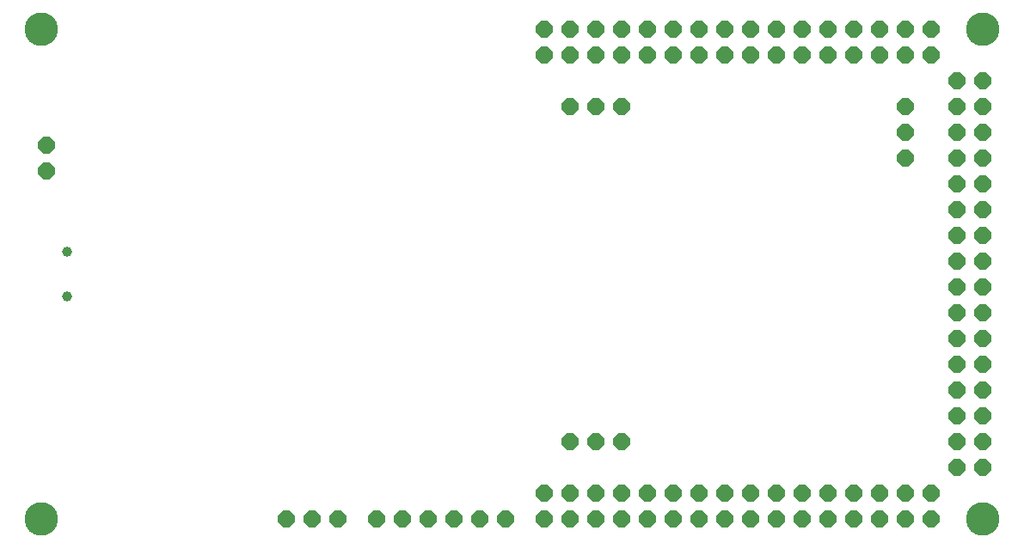
<source format=gbs>
G75*
G70*
%OFA0B0*%
%FSLAX24Y24*%
%IPPOS*%
%LPD*%
%AMOC8*
5,1,8,0,0,1.08239X$1,22.5*
%
%ADD10C,0.1300*%
%ADD11OC8,0.0640*%
%ADD12C,0.0394*%
D10*
X001454Y001252D03*
X001454Y020252D03*
X037954Y020252D03*
X037954Y001252D03*
D11*
X035954Y001252D03*
X034954Y001252D03*
X033954Y001252D03*
X032954Y001252D03*
X031954Y001252D03*
X030954Y001252D03*
X029954Y001252D03*
X028954Y001252D03*
X027954Y001252D03*
X026954Y001252D03*
X025954Y001252D03*
X024954Y001252D03*
X023954Y001252D03*
X022954Y001252D03*
X021954Y001252D03*
X020954Y001252D03*
X019454Y001252D03*
X018454Y001252D03*
X017454Y001252D03*
X016454Y001252D03*
X015454Y001252D03*
X014454Y001252D03*
X012954Y001252D03*
X011954Y001252D03*
X010954Y001252D03*
X020954Y002252D03*
X021954Y002252D03*
X022954Y002252D03*
X023954Y002252D03*
X024954Y002252D03*
X025954Y002252D03*
X026954Y002252D03*
X027954Y002252D03*
X028954Y002252D03*
X029954Y002252D03*
X030954Y002252D03*
X031954Y002252D03*
X032954Y002252D03*
X033954Y002252D03*
X034954Y002252D03*
X035954Y002252D03*
X036954Y003252D03*
X037954Y003252D03*
X037954Y004252D03*
X036954Y004252D03*
X036954Y005252D03*
X037954Y005252D03*
X037954Y006252D03*
X036954Y006252D03*
X036954Y007252D03*
X037954Y007252D03*
X037954Y008252D03*
X036954Y008252D03*
X036954Y009252D03*
X037954Y009252D03*
X037954Y010252D03*
X036954Y010252D03*
X036954Y011252D03*
X037954Y011252D03*
X037954Y012252D03*
X036954Y012252D03*
X036954Y013252D03*
X037954Y013252D03*
X037954Y014252D03*
X036954Y014252D03*
X036954Y015252D03*
X037954Y015252D03*
X037954Y016252D03*
X036954Y016252D03*
X036954Y017252D03*
X037954Y017252D03*
X037954Y018252D03*
X036954Y018252D03*
X035954Y019252D03*
X034954Y019252D03*
X033954Y019252D03*
X032954Y019252D03*
X031954Y019252D03*
X030954Y019252D03*
X029954Y019252D03*
X028954Y019252D03*
X027954Y019252D03*
X026954Y019252D03*
X025954Y019252D03*
X024954Y019252D03*
X023954Y019252D03*
X022954Y019252D03*
X021954Y019252D03*
X020954Y019252D03*
X020954Y020252D03*
X021954Y020252D03*
X022954Y020252D03*
X023954Y020252D03*
X024954Y020252D03*
X025954Y020252D03*
X026954Y020252D03*
X027954Y020252D03*
X028954Y020252D03*
X029954Y020252D03*
X030954Y020252D03*
X031954Y020252D03*
X032954Y020252D03*
X033954Y020252D03*
X034954Y020252D03*
X035954Y020252D03*
X034954Y017252D03*
X034954Y016252D03*
X034954Y015252D03*
X023954Y017252D03*
X022954Y017252D03*
X021954Y017252D03*
X001654Y015752D03*
X001654Y014752D03*
X021954Y004252D03*
X022954Y004252D03*
X023954Y004252D03*
D12*
X002454Y009886D03*
X002454Y011618D03*
M02*

</source>
